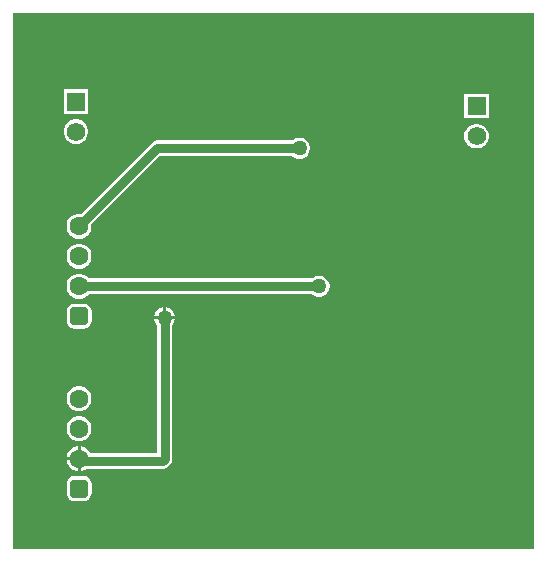
<source format=gbl>
G04*
G04 #@! TF.GenerationSoftware,Altium Limited,Altium Designer,24.2.2 (26)*
G04*
G04 Layer_Physical_Order=2*
G04 Layer_Color=16711680*
%FSLAX25Y25*%
%MOIN*%
G70*
G04*
G04 #@! TF.SameCoordinates,D4B7AB03-ACD0-4E4C-BE4D-9A7B16F7929E*
G04*
G04*
G04 #@! TF.FilePolarity,Positive*
G04*
G01*
G75*
%ADD19C,0.06181*%
%ADD20R,0.06181X0.06181*%
%ADD21C,0.03000*%
%ADD22C,0.06299*%
G04:AMPARAMS|DCode=23|XSize=62.99mil|YSize=62.99mil|CornerRadius=15.75mil|HoleSize=0mil|Usage=FLASHONLY|Rotation=90.000|XOffset=0mil|YOffset=0mil|HoleType=Round|Shape=RoundedRectangle|*
%AMROUNDEDRECTD23*
21,1,0.06299,0.03150,0,0,90.0*
21,1,0.03150,0.06299,0,0,90.0*
1,1,0.03150,0.01575,0.01575*
1,1,0.03150,0.01575,-0.01575*
1,1,0.03150,-0.01575,-0.01575*
1,1,0.03150,-0.01575,0.01575*
%
%ADD23ROUNDEDRECTD23*%
%ADD24C,0.05000*%
G36*
X572500Y100000D02*
X399000D01*
Y278500D01*
X572500D01*
Y100000D01*
D02*
G37*
%LPC*%
G36*
X424090Y253091D02*
X415909D01*
Y244910D01*
X424090D01*
Y253091D01*
D02*
G37*
G36*
X557590Y251590D02*
X549409D01*
Y243409D01*
X557590D01*
Y251590D01*
D02*
G37*
G36*
X420539Y243091D02*
X419461D01*
X418421Y242812D01*
X417488Y242273D01*
X416727Y241512D01*
X416188Y240579D01*
X415909Y239539D01*
Y238461D01*
X416188Y237421D01*
X416727Y236488D01*
X417488Y235727D01*
X418421Y235188D01*
X419461Y234910D01*
X420539D01*
X421579Y235188D01*
X422512Y235727D01*
X423273Y236488D01*
X423812Y237421D01*
X424090Y238461D01*
Y239539D01*
X423812Y240579D01*
X423273Y241512D01*
X422512Y242273D01*
X421579Y242812D01*
X420539Y243091D01*
D02*
G37*
G36*
X554038Y241590D02*
X552961D01*
X551921Y241312D01*
X550988Y240773D01*
X550227Y240012D01*
X549688Y239079D01*
X549409Y238038D01*
Y236962D01*
X549688Y235921D01*
X550227Y234988D01*
X550988Y234227D01*
X551921Y233688D01*
X552961Y233410D01*
X554038D01*
X555079Y233688D01*
X556012Y234227D01*
X556773Y234988D01*
X557312Y235921D01*
X557590Y236962D01*
Y238038D01*
X557312Y239079D01*
X556773Y240012D01*
X556012Y240773D01*
X555079Y241312D01*
X554038Y241590D01*
D02*
G37*
G36*
X494961Y237000D02*
X494039D01*
X493149Y236761D01*
X492351Y236301D01*
X492099Y236049D01*
X447000D01*
X446025Y235855D01*
X445198Y235302D01*
X421545Y211650D01*
X420454D01*
X419398Y211367D01*
X418452Y210821D01*
X417680Y210048D01*
X417133Y209102D01*
X416850Y208046D01*
Y206954D01*
X417133Y205898D01*
X417680Y204952D01*
X418452Y204180D01*
X419398Y203633D01*
X420454Y203350D01*
X421546D01*
X422602Y203633D01*
X423548Y204180D01*
X424321Y204952D01*
X424867Y205898D01*
X425150Y206954D01*
Y208045D01*
X448056Y230951D01*
X492099D01*
X492351Y230699D01*
X493149Y230239D01*
X494039Y230000D01*
X494961D01*
X495851Y230239D01*
X496649Y230699D01*
X497301Y231351D01*
X497761Y232149D01*
X498000Y233039D01*
Y233961D01*
X497761Y234851D01*
X497301Y235649D01*
X496649Y236301D01*
X495851Y236761D01*
X494961Y237000D01*
D02*
G37*
G36*
X421546Y201650D02*
X420454D01*
X419398Y201367D01*
X418452Y200820D01*
X417680Y200048D01*
X417133Y199102D01*
X416850Y198046D01*
Y196954D01*
X417133Y195898D01*
X417680Y194952D01*
X418452Y194179D01*
X419398Y193633D01*
X420454Y193350D01*
X421546D01*
X422602Y193633D01*
X423548Y194179D01*
X424321Y194952D01*
X424867Y195898D01*
X425150Y196954D01*
Y198046D01*
X424867Y199102D01*
X424321Y200048D01*
X423548Y200820D01*
X422602Y201367D01*
X421546Y201650D01*
D02*
G37*
G36*
Y191650D02*
X420454D01*
X419398Y191367D01*
X418452Y190821D01*
X417680Y190048D01*
X417133Y189102D01*
X416850Y188046D01*
Y186954D01*
X417133Y185898D01*
X417680Y184952D01*
X418452Y184179D01*
X419398Y183633D01*
X420454Y183350D01*
X421546D01*
X422602Y183633D01*
X423548Y184179D01*
X424319Y184951D01*
X498599D01*
X498851Y184699D01*
X499649Y184239D01*
X500539Y184000D01*
X501461D01*
X502351Y184239D01*
X503149Y184699D01*
X503801Y185351D01*
X504261Y186149D01*
X504500Y187039D01*
Y187961D01*
X504261Y188851D01*
X503801Y189649D01*
X503149Y190301D01*
X502351Y190761D01*
X501461Y191000D01*
X500539D01*
X499649Y190761D01*
X498851Y190301D01*
X498599Y190049D01*
X424319D01*
X423548Y190821D01*
X422602Y191367D01*
X421546Y191650D01*
D02*
G37*
G36*
X450000Y180490D02*
Y177500D01*
X452989D01*
X452762Y178351D01*
X452301Y179149D01*
X451649Y179801D01*
X450851Y180262D01*
X450000Y180490D01*
D02*
G37*
G36*
X449000D02*
X448149Y180262D01*
X447351Y179801D01*
X446699Y179149D01*
X446239Y178351D01*
X446010Y177500D01*
X449000D01*
Y180490D01*
D02*
G37*
G36*
X422575Y181672D02*
X419425D01*
X418753Y181583D01*
X418127Y181324D01*
X417589Y180911D01*
X417176Y180373D01*
X416917Y179747D01*
X416828Y179075D01*
Y175925D01*
X416917Y175253D01*
X417176Y174627D01*
X417589Y174089D01*
X418127Y173676D01*
X418753Y173417D01*
X419425Y173328D01*
X422575D01*
X423247Y173417D01*
X423873Y173676D01*
X424411Y174089D01*
X424824Y174627D01*
X425083Y175253D01*
X425172Y175925D01*
Y179075D01*
X425083Y179747D01*
X424824Y180373D01*
X424411Y180911D01*
X423873Y181324D01*
X423247Y181583D01*
X422575Y181672D01*
D02*
G37*
G36*
X421546Y154150D02*
X420454D01*
X419398Y153867D01*
X418452Y153321D01*
X417680Y152548D01*
X417133Y151602D01*
X416850Y150546D01*
Y149454D01*
X417133Y148398D01*
X417680Y147452D01*
X418452Y146679D01*
X419398Y146133D01*
X420454Y145850D01*
X421546D01*
X422602Y146133D01*
X423548Y146679D01*
X424321Y147452D01*
X424867Y148398D01*
X425150Y149454D01*
Y150546D01*
X424867Y151602D01*
X424321Y152548D01*
X423548Y153321D01*
X422602Y153867D01*
X421546Y154150D01*
D02*
G37*
G36*
Y144150D02*
X420454D01*
X419398Y143867D01*
X418452Y143321D01*
X417680Y142548D01*
X417133Y141602D01*
X416850Y140546D01*
Y139454D01*
X417133Y138398D01*
X417680Y137452D01*
X418452Y136679D01*
X419398Y136133D01*
X420454Y135850D01*
X421546D01*
X422602Y136133D01*
X423548Y136679D01*
X424321Y137452D01*
X424867Y138398D01*
X425150Y139454D01*
Y140546D01*
X424867Y141602D01*
X424321Y142548D01*
X423548Y143321D01*
X422602Y143867D01*
X421546Y144150D01*
D02*
G37*
G36*
X452989Y176500D02*
X446010D01*
X446239Y175649D01*
X446699Y174851D01*
X446951Y174599D01*
Y131782D01*
X424763D01*
X424321Y132548D01*
X423548Y133320D01*
X422602Y133867D01*
X421546Y134150D01*
X421500D01*
Y130000D01*
Y125850D01*
X421546D01*
X422602Y126133D01*
X423548Y126680D01*
X423552Y126684D01*
X448914D01*
X449890Y126878D01*
X450717Y127430D01*
X451302Y128016D01*
X451855Y128843D01*
X452049Y129819D01*
Y174599D01*
X452301Y174851D01*
X452762Y175649D01*
X452989Y176500D01*
D02*
G37*
G36*
X420500Y134150D02*
X420454D01*
X419398Y133867D01*
X418452Y133320D01*
X417680Y132548D01*
X417133Y131602D01*
X416850Y130546D01*
Y130500D01*
X420500D01*
Y134150D01*
D02*
G37*
G36*
Y129500D02*
X416850D01*
Y129454D01*
X417133Y128398D01*
X417680Y127452D01*
X418452Y126680D01*
X419398Y126133D01*
X420454Y125850D01*
X420500D01*
Y129500D01*
D02*
G37*
G36*
X422575Y124172D02*
X419425D01*
X418753Y124083D01*
X418127Y123824D01*
X417589Y123411D01*
X417176Y122873D01*
X416917Y122247D01*
X416828Y121575D01*
Y118425D01*
X416917Y117753D01*
X417176Y117127D01*
X417589Y116589D01*
X418127Y116176D01*
X418753Y115917D01*
X419425Y115828D01*
X422575D01*
X423247Y115917D01*
X423873Y116176D01*
X424411Y116589D01*
X424824Y117127D01*
X425083Y117753D01*
X425172Y118425D01*
Y121575D01*
X425083Y122247D01*
X424824Y122873D01*
X424411Y123411D01*
X423873Y123824D01*
X423247Y124083D01*
X422575Y124172D01*
D02*
G37*
%LPD*%
D19*
X420000Y239000D02*
D03*
X553500Y237500D02*
D03*
D20*
X420000Y249000D02*
D03*
X553500Y247500D02*
D03*
D21*
X421000Y187500D02*
X501000D01*
X421767Y129233D02*
X448914D01*
X421000Y130000D02*
X421767Y129233D01*
X449500Y129819D02*
Y177000D01*
X448914Y129233D02*
X449500Y129819D01*
X447000Y233500D02*
X494500D01*
X421000Y207500D02*
X447000Y233500D01*
D22*
X421000Y187500D02*
D03*
Y197500D02*
D03*
Y207500D02*
D03*
Y130000D02*
D03*
Y140000D02*
D03*
Y150000D02*
D03*
D23*
Y177500D02*
D03*
Y120000D02*
D03*
D24*
X501000Y187500D02*
D03*
X449500Y177000D02*
D03*
X494500Y233500D02*
D03*
M02*

</source>
